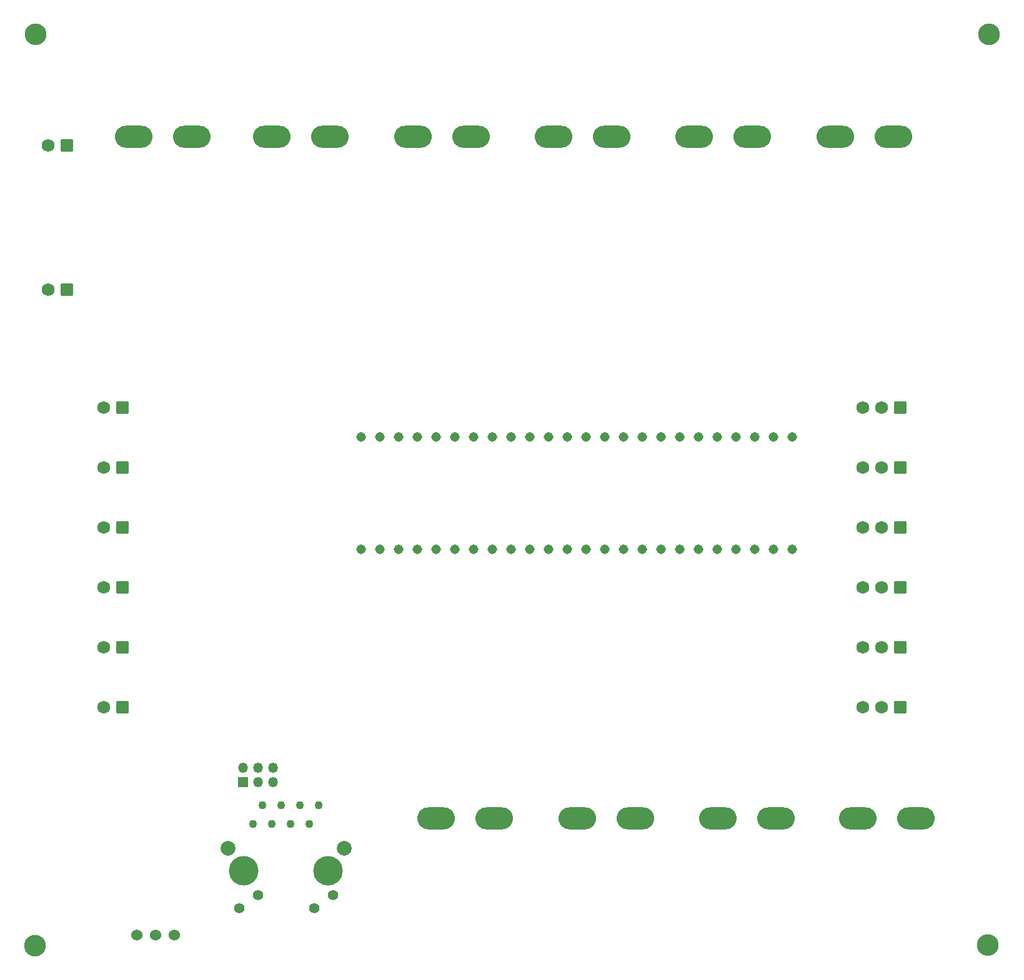
<source format=gbs>
%TF.GenerationSoftware,KiCad,Pcbnew,(6.0.10)*%
%TF.CreationDate,2022-12-30T00:20:44-06:00*%
%TF.ProjectId,Armboard_Hardware,41726d62-6f61-4726-945f-486172647761,rev?*%
%TF.SameCoordinates,Original*%
%TF.FileFunction,Soldermask,Bot*%
%TF.FilePolarity,Negative*%
%FSLAX46Y46*%
G04 Gerber Fmt 4.6, Leading zero omitted, Abs format (unit mm)*
G04 Created by KiCad (PCBNEW (6.0.10)) date 2022-12-30 00:20:44*
%MOMM*%
%LPD*%
G01*
G04 APERTURE LIST*
G04 Aperture macros list*
%AMRoundRect*
0 Rectangle with rounded corners*
0 $1 Rounding radius*
0 $2 $3 $4 $5 $6 $7 $8 $9 X,Y pos of 4 corners*
0 Add a 4 corners polygon primitive as box body*
4,1,4,$2,$3,$4,$5,$6,$7,$8,$9,$2,$3,0*
0 Add four circle primitives for the rounded corners*
1,1,$1+$1,$2,$3*
1,1,$1+$1,$4,$5*
1,1,$1+$1,$6,$7*
1,1,$1+$1,$8,$9*
0 Add four rect primitives between the rounded corners*
20,1,$1+$1,$2,$3,$4,$5,0*
20,1,$1+$1,$4,$5,$6,$7,0*
20,1,$1+$1,$6,$7,$8,$9,0*
20,1,$1+$1,$8,$9,$2,$3,0*%
G04 Aperture macros list end*
%ADD10C,2.946400*%
%ADD11R,1.350000X1.350000*%
%ADD12O,1.350000X1.350000*%
%ADD13RoundRect,0.250000X0.620000X0.620000X-0.620000X0.620000X-0.620000X-0.620000X0.620000X-0.620000X0*%
%ADD14C,1.740000*%
%ADD15C,1.524000*%
%ADD16C,1.308000*%
%ADD17C,1.100000*%
%ADD18C,1.400000*%
%ADD19C,4.000000*%
%ADD20C,2.000000*%
%ADD21O,5.100000X3.000000*%
G04 APERTURE END LIST*
D10*
X285623000Y-159893000D03*
D11*
X184563000Y-261363000D03*
D12*
X184563000Y-259363000D03*
X186563000Y-261363000D03*
X186563000Y-259363000D03*
X188563000Y-261363000D03*
X188563000Y-259363000D03*
D13*
X168224200Y-226810000D03*
D14*
X165684200Y-226810000D03*
D13*
X168224200Y-243078000D03*
D14*
X165684200Y-243078000D03*
D15*
X175260000Y-282067000D03*
X172720000Y-282067000D03*
X170180000Y-282067000D03*
D13*
X168224200Y-210566000D03*
D14*
X165684200Y-210566000D03*
D13*
X273634200Y-226822000D03*
D14*
X271094200Y-226822000D03*
X268554200Y-226822000D03*
D13*
X273634200Y-251194000D03*
D14*
X271094200Y-251194000D03*
X268554200Y-251194000D03*
D10*
X285496000Y-283464000D03*
D13*
X273634200Y-234950000D03*
D14*
X271094200Y-234950000D03*
X268554200Y-234950000D03*
D13*
X168224200Y-234938000D03*
D14*
X165684200Y-234938000D03*
D13*
X168224200Y-218682000D03*
D14*
X165684200Y-218682000D03*
D13*
X273634200Y-218682000D03*
D14*
X271094200Y-218682000D03*
X268554200Y-218682000D03*
D13*
X160630000Y-194552000D03*
D14*
X158090000Y-194552000D03*
D10*
X156381580Y-283546420D03*
D13*
X168224200Y-251194000D03*
D14*
X165684200Y-251194000D03*
D16*
X203042000Y-229729500D03*
X205582000Y-229729500D03*
X208122000Y-229729500D03*
X210662000Y-229729500D03*
X236062000Y-229729500D03*
X205582000Y-214489500D03*
X213202000Y-229729500D03*
X215742000Y-229729500D03*
X218282000Y-229729500D03*
X220822000Y-229729500D03*
X223362000Y-229729500D03*
X225902000Y-229729500D03*
X228442000Y-229729500D03*
X230982000Y-229729500D03*
X233522000Y-229729500D03*
X233522000Y-214489500D03*
X230982000Y-214489500D03*
X228442000Y-214489500D03*
X225902000Y-214489500D03*
X223362000Y-214489500D03*
X220822000Y-214489500D03*
X218282000Y-214489500D03*
X215742000Y-214489500D03*
X213202000Y-214489500D03*
X210662000Y-214489500D03*
X208122000Y-214489500D03*
X238602000Y-229729500D03*
X241142000Y-229729500D03*
X243682000Y-229729500D03*
X246222000Y-229729500D03*
X248762000Y-229729500D03*
X251302000Y-229729500D03*
X253842000Y-229729500D03*
X256382000Y-229729500D03*
X258922000Y-229729500D03*
X258922000Y-214489500D03*
X256382000Y-214489500D03*
X253842000Y-214489500D03*
X251302000Y-214489500D03*
X248762000Y-214489500D03*
X246222000Y-214489500D03*
X243682000Y-214489500D03*
X241142000Y-214489500D03*
X238602000Y-214489500D03*
X200502000Y-229729500D03*
X236062000Y-214489500D03*
X203042000Y-214489500D03*
X200502000Y-214489500D03*
D10*
X156464000Y-159893000D03*
D13*
X273634200Y-210554000D03*
D14*
X271094200Y-210554000D03*
X268554200Y-210554000D03*
D13*
X160630000Y-174994000D03*
D14*
X158090000Y-174994000D03*
D17*
X185930000Y-267048000D03*
X187200000Y-264508000D03*
X188470000Y-267048000D03*
X189740000Y-264508000D03*
X191010000Y-267048000D03*
X192280000Y-264508000D03*
X193550000Y-267048000D03*
X194820000Y-264508000D03*
D18*
X184050000Y-278478000D03*
X186590000Y-276688000D03*
X194160000Y-278478000D03*
X196700000Y-276688000D03*
D19*
X184660000Y-273398000D03*
X196090000Y-273398000D03*
D20*
X182500000Y-270348000D03*
X198250000Y-270348000D03*
D13*
X273634200Y-243066000D03*
D14*
X271094200Y-243066000D03*
X268554200Y-243066000D03*
D21*
X267843000Y-266256800D03*
X275717000Y-266256800D03*
X169713480Y-173806600D03*
X177587480Y-173806600D03*
X226621704Y-173806600D03*
X234495704Y-173806600D03*
X256779004Y-266256800D03*
X248905004Y-266256800D03*
X218601212Y-266256800D03*
X210727212Y-266256800D03*
X188461028Y-173806600D03*
X196335028Y-173806600D03*
X207535016Y-173806600D03*
X215409016Y-173806600D03*
X245708392Y-173806600D03*
X253582392Y-173806600D03*
X237690000Y-266256800D03*
X229816000Y-266256800D03*
X264795080Y-173806600D03*
X272669080Y-173806600D03*
M02*

</source>
